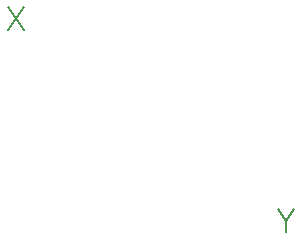
<source format=gbr>
G04 #@! TF.GenerationSoftware,KiCad,Pcbnew,6.0.1-79c1e3a40b~116~ubuntu20.04.1*
G04 #@! TF.CreationDate,2022-01-22T14:27:32+01:00*
G04 #@! TF.ProjectId,xy_stage,78795f73-7461-4676-952e-6b696361645f,rev?*
G04 #@! TF.SameCoordinates,Original*
G04 #@! TF.FileFunction,Legend,Bot*
G04 #@! TF.FilePolarity,Positive*
%FSLAX46Y46*%
G04 Gerber Fmt 4.6, Leading zero omitted, Abs format (unit mm)*
G04 Created by KiCad (PCBNEW 6.0.1-79c1e3a40b~116~ubuntu20.04.1) date 2022-01-22 14:27:32*
%MOMM*%
%LPD*%
G01*
G04 APERTURE LIST*
%ADD10C,0.150000*%
G04 APERTURE END LIST*
D10*
X82533333Y-102954761D02*
X83866666Y-104954761D01*
X83866666Y-102954761D02*
X82533333Y-104954761D01*
X106050000Y-121102380D02*
X106050000Y-122054761D01*
X105383333Y-120054761D02*
X106050000Y-121102380D01*
X106716666Y-120054761D01*
M02*

</source>
